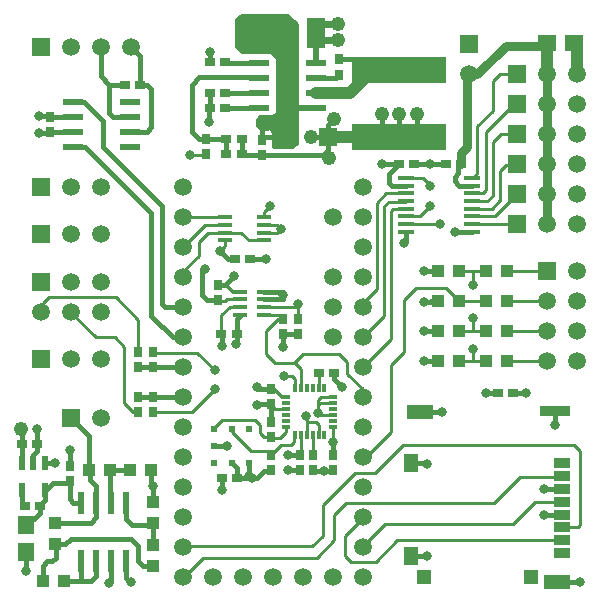
<source format=gtl>
%FSLAX25Y25*%
%MOIN*%
G04 EasyPC Gerber Version 17.0 Build 3379 *
%ADD96R,0.01181X0.03150*%
%ADD98R,0.01969X0.02362*%
%ADD94R,0.01972X0.04769*%
%ADD88R,0.02100X0.07800*%
%ADD76R,0.02800X0.03500*%
%ADD89R,0.03937X0.04291*%
%ADD83R,0.04528X0.05906*%
%ADD90R,0.05500X0.06000*%
%ADD92R,0.06300X0.10200*%
%ADD14R,0.05906X0.05906*%
%ADD93R,0.06300X0.06300*%
%ADD11C,0.00787*%
%ADD19C,0.00984*%
%ADD17C,0.01000*%
%ADD70C,0.01575*%
%ADD20C,0.01969*%
%ADD71C,0.02362*%
%ADD18C,0.03150*%
%ADD16C,0.03189*%
%ADD99C,0.03937*%
%ADD15C,0.04800*%
%ADD13C,0.05906*%
%ADD95R,0.03150X0.01181*%
%ADD84R,0.04950X0.01200*%
%ADD85R,0.05400X0.01200*%
%ADD75R,0.04800X0.01500*%
%ADD97R,0.02362X0.01969*%
%ADD74R,0.06600X0.02000*%
%ADD77R,0.03500X0.02800*%
%ADD78R,0.05669X0.03543*%
%ADD81R,0.09843X0.03740*%
%ADD87R,0.04291X0.03937*%
%ADD80R,0.04724X0.04528*%
%ADD82R,0.08661X0.04528*%
%ADD79R,0.04921X0.04567*%
%ADD86R,0.06000X0.05500*%
%ADD91R,0.31496X0.08661*%
X0Y0D02*
D02*
D11*
X77629Y183715D02*
Y192770D01*
X79204Y194344*
X94952*
X98101Y191195*
Y151431*
X96526Y149856*
X90227*
X89833Y150250*
Y154974*
X88652Y156156*
X85503*
X84322Y157337*
Y159305*
X85503Y160486*
X89833*
X91015Y161667*
Y179778*
X89046Y181746*
X79597*
X77629Y183715*
G36*
Y192770*
X79204Y194344*
X94952*
X98101Y191195*
Y151431*
X96526Y149856*
X90227*
X89833Y150250*
Y154974*
X88652Y156156*
X85503*
X84322Y157337*
Y159305*
X85503Y160486*
X89833*
X91015Y161667*
Y179778*
X89046Y181746*
X79597*
X77629Y183715*
G37*
D02*
D13*
X12353Y95407D03*
X22353Y79659D03*
Y95407D03*
Y105407D03*
Y121156D03*
Y136904D03*
Y183715D03*
X32353Y59974D03*
Y79659D03*
Y95407D03*
Y105407D03*
Y121156D03*
Y136904D03*
Y183715D03*
X42353D03*
X59833Y6904D03*
Y16904D03*
Y26904D03*
Y36904D03*
Y46904D03*
Y56904D03*
Y66904D03*
Y76904D03*
Y86904D03*
Y96904D03*
Y106904D03*
Y116904D03*
Y126904D03*
Y136904D03*
X69833Y6904D03*
X79833D03*
X89833D03*
X99833D03*
X109833D03*
Y86904D03*
Y96904D03*
Y106904D03*
Y126904D03*
X119833Y6904D03*
Y16904D03*
Y26904D03*
Y36904D03*
Y46904D03*
Y56904D03*
Y66904D03*
Y76904D03*
Y86904D03*
Y96904D03*
Y106904D03*
Y116904D03*
Y126904D03*
Y136904D03*
X155188Y174659D03*
X181093Y78872D03*
Y88872D03*
Y98872D03*
Y124629D03*
Y134629D03*
Y144629D03*
Y154629D03*
Y164629D03*
Y174629D03*
X191093Y78872D03*
Y88872D03*
Y98872D03*
Y108872D03*
Y124629D03*
Y134629D03*
Y144629D03*
Y154629D03*
Y164629D03*
Y174629D03*
D02*
D14*
X12353Y79659D03*
Y105407D03*
Y121156D03*
Y136904D03*
Y183715D03*
X22353Y59974D03*
X155188Y184659D03*
X171093Y124629D03*
Y134629D03*
Y144629D03*
Y154629D03*
Y164629D03*
Y174629D03*
X181093Y108872D03*
D02*
D15*
X5975Y56156D03*
X83141Y185683D03*
Y191195D03*
X87865Y158124D03*
X94558Y161274D03*
Y168360D03*
X102432Y153793D03*
X108337Y146707D03*
X110306Y159699D03*
X111487Y186077D03*
Y191195D03*
X126054Y161274D03*
X131959D03*
X137865D03*
D02*
D16*
X7550Y8911D03*
X11290Y56156D03*
X11881Y154974D03*
Y160486D03*
X17196Y45132D03*
X22117Y49266D03*
X35109Y4974D03*
X42393Y5171D03*
X49676Y37258D03*
X62274Y147494D03*
X66999Y109699D03*
X68574Y158518D03*
X68967Y182140D03*
X70542Y69541D03*
Y75841D03*
X72117Y115604D03*
X72904Y36077D03*
Y84108D03*
X74479Y50644D03*
X76841Y107337D03*
X77629Y84502D03*
X82747Y40014D03*
X84322Y64423D03*
Y70329D03*
X87471Y112848D03*
X88652Y130565D03*
X92589Y123085D03*
X92983Y83715D03*
Y101037D03*
X93377Y73872D03*
X94952Y42770D03*
Y47494D03*
X98101Y97888D03*
X100857Y60486D03*
X104794Y61667D03*
X106763Y42376D03*
X109912Y51825D03*
X112668Y70329D03*
X126054Y144738D03*
X133534Y118360D03*
X140227Y78990D03*
Y88833D03*
Y98675D03*
Y108911D03*
X141015Y14030D03*
Y44738D03*
X142196Y130565D03*
Y137258D03*
Y144738D03*
X145345Y124659D03*
X146133Y62061D03*
X150542Y122070D03*
X156369Y82927D03*
Y93330D03*
Y104187D03*
X160700Y68360D03*
X174085D03*
X179991Y27809D03*
Y36470D03*
X183928Y57730D03*
X192196Y5368D03*
D02*
D17*
X49676Y61873D02*
X62874D01*
X70542Y69541*
X49676Y81934D02*
Y81746D01*
X64637*
X70542Y75841*
X59833Y6904D02*
Y6943D01*
X60306*
X66644Y13281*
X104440*
X110306Y19148*
Y27809*
X114243Y31746*
X163456*
X172117Y40407*
X186290*
Y40801*
X59833Y16904D02*
Y17179D01*
X102826*
X106369Y20722*
Y30959*
X116999Y41589*
X123692*
X133141Y51037*
X190227*
X192196Y49069*
Y24266*
X191408Y23478*
X186290*
X73909Y121805D02*
X79302D01*
X81959Y119148*
X86761*
X86860Y119246*
X73909Y121805D02*
X68081D01*
X65030Y118754*
Y114030*
X59833Y108833*
Y106904*
X73909Y124364D02*
X67294D01*
X59833Y116904*
X73909Y126923D02*
X59853D01*
X59833Y126904*
X76054Y56352D02*
Y55368D01*
X82353Y49069*
X87677*
X89046Y47700*
Y47682*
X78647Y102120D02*
X76358D01*
X74085Y104393*
X71348*
X86847Y94443D02*
X91498D01*
X92983Y92957*
X86847Y97002D02*
Y97100D01*
X97314*
X98101Y97888*
X86860Y121805D02*
X91310D01*
X92589Y123085*
X86860Y124364D02*
X91310D01*
X92589Y123085*
X89046Y47682D02*
Y47494D01*
X92402Y50850*
X95945*
X96920Y51825*
Y53990*
X97117Y54187*
X89046Y53606D02*
X86872D01*
X85503Y54974*
Y57730*
X83928Y59305*
X72707*
X70148Y56746*
Y56352*
X92983Y92957D02*
X91596D01*
X87471Y88833*
Y81156*
X90424Y78203*
X96723*
X94164Y57140D02*
Y55368D01*
X92196Y53400*
X88858*
X89046Y53587*
Y53606*
X96723Y78203D02*
X97117D01*
X99085Y76234*
Y69935*
X97117D02*
Y72888D01*
X96133Y73872*
X93377*
X98101Y97888D02*
Y92957D01*
X103022Y54187D02*
Y47879D01*
X104991Y69935D02*
Y75044D01*
X105000Y75053*
X109912Y65014D02*
X105385D01*
X104794Y64423*
Y61667*
X109912Y66982D02*
X105778D01*
X104794Y65998*
Y61667*
X119833Y26904D02*
Y26707D01*
X113849Y20722*
Y14030*
X115818Y12061*
X124085*
X131172Y19148*
X186290*
X119833Y46904D02*
Y47888D01*
X121723*
X129007Y55171*
Y77612*
X133534Y82140*
Y99463*
X137471Y103400*
X147436*
X151963Y98872*
X119833Y66904D02*
X119755D01*
Y69541*
X114558Y74738*
Y78675*
X111881Y81352*
X99873*
X96723Y78203*
X119833Y96904D02*
Y98360D01*
X124479Y103006*
Y131746*
X127629Y134896*
X134238*
X134288Y134846*
Y127169D02*
X138799D01*
X142196Y130565*
X134288Y129728D02*
X129941D01*
X129204Y128990*
Y86274*
X119833Y76904*
X134288Y132287D02*
Y132140D01*
X128416*
X126841Y130565*
Y93951*
X120621Y87730*
Y86904*
X119833*
X134288Y139964D02*
X139883D01*
X142196Y137652*
Y137258*
X145345Y124659D02*
X134338D01*
X134288Y124609*
X151963Y88872D02*
X154007D01*
Y88833*
X156369*
X151963Y98872D02*
X160711D01*
X151963Y108872D02*
X156369D01*
X156088Y124609D02*
Y124629D01*
X171093*
X156088Y127169D02*
Y127188D01*
X163652*
X171093Y134629*
X156088Y132287D02*
X161290D01*
X163062Y134058*
Y151991*
X165660Y154590*
X172983*
X172944Y154629*
X171093*
X156088Y134846D02*
Y134865D01*
X159715*
X160700Y135850*
Y155397*
X169735Y164432*
X169125*
X168928Y164629*
X171093*
X156369Y78990D02*
Y82927D01*
Y78990D02*
X154125D01*
Y78872*
X151963*
X156369Y88833D02*
Y93330D01*
Y88833D02*
X158731D01*
Y88872*
X160711*
X156369Y104187D02*
Y108872D01*
X160711*
Y78872D02*
X158456D01*
Y78990*
X156369*
X167711Y78872D02*
X181093D01*
X167711Y88872D02*
X181093D01*
X167711Y98872D02*
X181093D01*
X167711Y108872D02*
X181093D01*
X171093Y144629D02*
Y144511D01*
X171133*
X171251Y144393*
X167589*
X165424Y142228*
Y132503*
X162648Y129728*
X156088*
X171093Y174629D02*
X165385D01*
X163062Y172267*
Y162424*
X157944Y157306*
Y141558*
X156349Y139964*
X156088*
X186290Y32140D02*
X177235D01*
X169755Y24659*
X127196*
X119833Y17297*
Y16904*
D02*
D18*
X152620Y144738D02*
Y148469D01*
X154400Y150250*
Y173872*
X155188Y174659*
X157944*
X167393Y184108*
X180215*
X181003Y184896*
X181093Y124629D02*
Y134629D01*
Y144629*
Y154629*
Y164629*
Y174629*
D02*
D19*
X44952Y61873D02*
X43171D01*
X40227Y64817*
Y83715*
X37078Y86864*
X30778*
X22235Y95407*
X22353*
X44952Y81934D02*
Y92770D01*
X37471Y100250*
X15030*
X13062Y98281*
Y96510*
X12353Y95801*
Y95407*
X67400Y147848D02*
Y147643D01*
X62274*
Y147494*
X73909Y119246D02*
Y117397D01*
X72117Y115604*
X78647Y97002D02*
X75326D01*
X72638Y94314*
Y87848*
X78647Y99561D02*
X74578D01*
X73889Y98872*
X71732*
X71330Y99275*
X86860Y126923D02*
Y128772D01*
X88652Y130565*
X94164Y63045D02*
X90630D01*
X89046Y64629*
X94164Y66982D02*
X92786D01*
X90227Y69541*
X89234*
X89046Y69729*
X99085Y54187D02*
Y47879D01*
X101054Y54187D02*
Y60289D01*
X100857Y60486*
X104991Y54187D02*
Y57533D01*
X104007Y58518*
X101644*
X101251Y58911*
X100857Y60486*
X109912Y47682D02*
Y57140D01*
Y61077D02*
X105385D01*
X104794Y61667*
D02*
D70*
X6172Y35880D02*
Y31755D01*
X7165Y30762*
X6172Y44935D02*
Y49266D01*
X6181*
Y51234*
Y55950*
X5975Y56156*
X7550Y15238D02*
Y8911D01*
Y24238D02*
X7916D01*
X12078Y28400*
Y30574*
X12265Y30762*
X9912Y44935D02*
Y47691D01*
X11290Y49069*
Y51225*
X11281Y51234*
Y55950*
X11290Y55959*
Y56156*
X12265Y30762D02*
Y30950D01*
X13849Y32533*
Y35683*
X13652Y35880*
X13105Y5762D02*
Y10726D01*
X14637Y12258*
X16211*
X17393Y13439*
Y17616*
X17196Y17813*
X13652Y35880D02*
X14046D01*
X16605Y38439*
X21517*
X22117Y39039*
X13652Y44935D02*
X17196D01*
Y45132*
X15424Y155180D02*
Y154974D01*
X11881*
X15424Y160280D02*
Y160486D01*
X11881*
X17196Y17813D02*
X20585D01*
X22314Y19541*
X42589*
X44755Y17179*
Y12258*
X46330Y10683*
X47751*
X47794Y10726*
X49676*
X17196Y24813D02*
Y25053D01*
X29204*
X30975Y26825*
Y31663*
X30837Y31800*
X22117Y39039D02*
Y32927D01*
X23244Y31800*
X25837*
X22117Y44139D02*
Y49266D01*
X23247Y150230D02*
Y150250D01*
X27235*
X49282Y128203*
Y93990*
X56369Y86904*
X59833*
X23247Y155230D02*
X15474D01*
X15424Y155180*
X23247Y160230D02*
X15474D01*
X15424Y160280*
X25837Y12400D02*
Y9108D01*
X25857*
Y5762*
X20105*
X28459Y42770D02*
Y53868D01*
X22353Y59974*
X30837Y12400D02*
Y7396D01*
X29204Y5762*
X25857*
X30837Y31800D02*
Y37396D01*
X28810Y39423*
Y42419*
X28459Y42770*
X35109Y171116D02*
X32353Y173872D01*
Y183715*
X35459Y42770D02*
Y32178D01*
X35837Y31800*
X35459Y42770D02*
X42239D01*
X35837Y12400D02*
Y5703D01*
X35109Y4974*
X40433Y171116D02*
X35109D01*
X40837Y12400D02*
Y6726D01*
X42393Y5171*
X40837Y31800D02*
Y26411D01*
X42786Y24463*
X49239*
X49676Y24900*
X42247Y160230D02*
X36546D01*
X35109Y161667*
Y171116*
X44952Y66973D02*
X49676D01*
X44952Y76834D02*
X49676D01*
X45533Y171116D02*
X47707D01*
X49282Y169541*
Y156943*
X47707Y155368*
X42385*
X42247Y155230*
X45533Y171116D02*
Y180535D01*
X42353Y183715*
X49239Y42770D02*
Y37695D01*
X49676Y37258*
Y17726D02*
Y24900D01*
Y31900D02*
Y37258D01*
Y66973D02*
X59764D01*
X59833Y66904*
Y76904D02*
X49746D01*
X49676Y76834*
X59833Y96904D02*
X53810D01*
X52826Y97888*
Y130565*
X33141Y150250*
Y158892*
X26822Y165211*
X23247*
Y165230*
X67400Y152948D02*
X65088D01*
X62668Y155368*
Y171116*
X65030Y173478*
X84967*
X85065Y173380*
X68574Y158518D02*
Y163167D01*
X68787Y163380*
X68826Y168380D02*
Y163419D01*
X68787Y163380*
X68826Y178498D02*
Y181998D01*
X68967Y182140*
X70148Y50644D02*
X74479D01*
X71330Y99275D02*
X67974D01*
X66211Y101037*
Y108911*
X66999Y109699*
X71330Y104375D02*
X73880D01*
X76841Y107337*
X71348Y104393D02*
X71330Y104375D01*
X72638Y87848D02*
X72904D01*
Y84108*
X72717Y40014D02*
X72904D01*
Y36077*
X74291Y147888D02*
Y153006D01*
X67439*
Y152948*
X67400*
X77047Y112848D02*
X74873D01*
X72117Y115604*
X77738Y87848D02*
X77826D01*
Y84502*
X77629*
X77817Y40014D02*
X82747D01*
X77817D02*
Y43172D01*
X76054Y44935*
X78647Y94443D02*
Y93960D01*
X78416*
Y93670*
X77668Y92922*
Y87918*
X77738Y87848*
X79391Y147888D02*
Y153006D01*
X81959Y44935D02*
Y41982D01*
X79991Y40014*
X77817*
X82147Y112848D02*
X87471D01*
X85065Y163380D02*
X73887D01*
X85065Y168380D02*
X73926D01*
X85065Y178380D02*
X74044D01*
X73926Y178498*
X86297Y147661D02*
X79619D01*
X79391Y147888*
X86297Y152761D02*
Y156556D01*
X87865Y158124*
X86847Y99561D02*
X92983D01*
Y101037*
X86847Y102120D02*
X92983D01*
Y101037*
X87865Y158124D02*
X90378D01*
X94748Y153754*
X89046Y42582D02*
Y42376D01*
X86890*
X84528Y40014*
X82747*
X89046Y58706D02*
Y64629D01*
X84528*
X84322Y64423*
X89046Y69729D02*
X84921D01*
X84322Y70329*
X90614Y188439D02*
Y186857D01*
X89440Y185683*
X83141*
X90614Y188439D02*
Y191195D01*
X83141*
X92983Y87857D02*
Y83715D01*
X94748Y153754D02*
X87291D01*
X86297Y152761*
X94748Y153754D02*
X95739D01*
Y167179*
X94558Y168360*
X96664Y163380D02*
X94558Y161274D01*
X98101Y87857D02*
X92983D01*
X98889Y42582D02*
X95139D01*
X94952Y42770*
X98889Y47682D02*
X95139D01*
X94952Y47494*
X99085Y47879D02*
X98889Y47682D01*
X103022Y47879D02*
X103219Y47682D01*
Y42582D02*
Y41982D01*
X103613Y42376*
X106763*
X104014Y188439D02*
Y190808D01*
X104400Y191195*
X104014Y188439D02*
Y187258D01*
X104007*
X105188Y186077*
X104065Y173380D02*
X110789D01*
X111881Y174472*
X104065Y188388D02*
X104014Y188439D01*
X108148Y153754D02*
Y157541D01*
X110306Y159699*
X108148Y153754D02*
Y146896D01*
X108337Y146707*
X108148Y153754D02*
Y149273D01*
X106369Y147494*
X87645*
X87478Y147661*
X86297*
X108148Y153754D02*
X102471D01*
X102432Y153793*
X109912Y42582D02*
Y42376D01*
X106763*
X109912Y47682D02*
Y51825D01*
X110100Y75053D02*
Y72897D01*
X112668Y70329*
X111881Y179572D02*
X128425D01*
X131959Y176037*
X126054Y161274D02*
Y156156D01*
X126448Y155762*
Y155368*
X131959Y154974*
Y153596*
X131772Y144738D02*
X126054D01*
X131802Y153754D02*
X131959Y153596D01*
Y161274*
X134288Y122050D02*
Y119114D01*
X133534Y118360*
X134288Y137405D02*
X129450D01*
X128416Y138439*
Y141383*
X131772Y144738*
X135700Y14030D02*
X141015D01*
X135700Y44935D02*
X140818D01*
X141015Y44738*
X136872Y144738D02*
X142196D01*
X137865Y161274D02*
Y156549D01*
X136684Y155368*
X131959*
Y153596*
X138849Y62061D02*
X146133D01*
X144963Y78872D02*
X140345D01*
X140227Y78990*
X144963Y88872D02*
X140267D01*
X140227Y88833*
X144963Y98872D02*
X142589D01*
Y98675*
X140227*
X144963Y108872D02*
X139526D01*
X139487Y108833*
X140148*
X140227Y108911*
X147520Y144738D02*
X142196D01*
X156088Y122050D02*
X150562D01*
X150542Y122070*
X156088Y137405D02*
X151891D01*
X150463Y138833*
Y140407*
X151644Y141589*
Y143763*
X152620Y144738*
X164843Y68360D02*
X160700D01*
X169943D02*
X174085D01*
X183928Y62455D02*
Y57730D01*
X184519Y5368D02*
X192196D01*
X186290Y27809D02*
X179991D01*
X186290Y36470D02*
X179991D01*
D02*
D71*
X104400Y191195D02*
X111487D01*
X105188Y186077D02*
X111487D01*
D02*
D20*
X104065Y163380D02*
X96664D01*
X104065Y178380D02*
Y188388D01*
D02*
D74*
X23247Y150230D03*
Y155230D03*
Y160230D03*
Y165230D03*
X42247Y150230D03*
Y155230D03*
Y160230D03*
Y165230D03*
X85065Y163380D03*
Y168380D03*
Y173380D03*
Y178380D03*
X104065Y163380D03*
Y168380D03*
Y173380D03*
Y178380D03*
D02*
D75*
X78647Y94443D03*
Y97002D03*
Y99561D03*
Y102120D03*
X86847Y94443D03*
Y97002D03*
Y99561D03*
Y102120D03*
D02*
D76*
X15424Y155180D03*
Y160280D03*
X22117Y39039D03*
Y44139D03*
X44952Y61873D03*
Y66973D03*
Y76834D03*
Y81934D03*
X49676Y61873D03*
Y66973D03*
Y76834D03*
Y81934D03*
X67400Y147848D03*
Y152948D03*
X71330Y99275D03*
Y104375D03*
X86297Y147661D03*
Y152761D03*
X89046Y42582D03*
Y47682D03*
Y53606D03*
Y58706D03*
Y64629D03*
Y69729D03*
X92983Y87857D03*
Y92957D03*
X98101Y87857D03*
Y92957D03*
X98889Y42582D03*
Y47682D03*
X103219Y42582D03*
Y47682D03*
X109912Y42582D03*
Y47682D03*
X111881Y174472D03*
Y179572D03*
D02*
D77*
X6181Y51234D03*
X7165Y30762D03*
X11281Y51234D03*
X12265Y30762D03*
X40433Y171116D03*
X45533D03*
X68787Y163380D03*
X68826Y168380D03*
Y178498D03*
X72638Y87848D03*
X72717Y40014D03*
X73887Y163380D03*
X73926Y168380D03*
Y178498D03*
X74291Y147888D03*
Y153006D03*
X77047Y112848D03*
X77738Y87848D03*
X77817Y40014D03*
X79391Y147888D03*
Y153006D03*
X82147Y112848D03*
X105000Y75053D03*
X110100D03*
X131772Y144738D03*
X136872D03*
X147520D03*
X152620D03*
X164843Y68360D03*
X169943D03*
D02*
D78*
X186290Y14817D03*
Y19148D03*
Y23478D03*
Y27809D03*
Y32140D03*
Y36470D03*
Y40801D03*
Y45132D03*
D02*
D79*
X175857Y6943D03*
D02*
D80*
X140227D03*
D02*
D81*
X183928Y62455D03*
D02*
D82*
X138849Y62061D03*
X184519Y5368D03*
D02*
D83*
X135700Y14030D03*
Y44935D03*
D02*
D84*
X73909Y119246D03*
Y121805D03*
Y124364D03*
Y126923D03*
X86860Y119246D03*
Y121805D03*
Y124364D03*
Y126923D03*
D02*
D85*
X134288Y122050D03*
Y124609D03*
Y127169D03*
Y129728D03*
Y132287D03*
Y134846D03*
Y137405D03*
Y139964D03*
X156088Y122050D03*
Y124609D03*
Y127169D03*
Y129728D03*
Y132287D03*
Y134846D03*
Y137405D03*
Y139964D03*
D02*
D86*
X181003Y184896D03*
X190003D03*
D02*
D87*
X13105Y5762D03*
X20105D03*
X28459Y42770D03*
X35459D03*
X42239D03*
X49239D03*
X144963Y78872D03*
Y88872D03*
Y98872D03*
Y108872D03*
X151963Y78872D03*
Y88872D03*
Y98872D03*
Y108872D03*
X160711Y78872D03*
Y88872D03*
Y98872D03*
Y108872D03*
X167711Y78872D03*
Y88872D03*
Y98872D03*
Y108872D03*
D02*
D88*
X25837Y12400D03*
Y31800D03*
X30837Y12400D03*
Y31800D03*
X35837Y12400D03*
Y31800D03*
X40837Y12400D03*
Y31800D03*
D02*
D89*
X17196Y17813D03*
Y24813D03*
X49676Y10726D03*
Y17726D03*
Y24900D03*
Y31900D03*
D02*
D90*
X7550Y15238D03*
Y24238D03*
D02*
D91*
X131959Y153596D03*
Y176037D03*
D02*
D92*
X90614Y188439D03*
X104014D03*
D02*
D93*
X94748Y153754D03*
X108148D03*
D02*
D94*
X6172Y35880D03*
Y44935D03*
X9912D03*
X13652Y35880D03*
Y44935D03*
D02*
D95*
X94164Y57140D03*
Y59108D03*
Y61077D03*
Y63045D03*
Y65014D03*
Y66982D03*
X109912Y57140D03*
Y59108D03*
Y61077D03*
Y63045D03*
Y65014D03*
Y66982D03*
D02*
D96*
X97117Y54187D03*
Y69935D03*
X99085Y54187D03*
Y69935D03*
X101054Y54187D03*
Y69935D03*
X103022Y54187D03*
Y69935D03*
X104991Y54187D03*
Y69935D03*
X106959Y54187D03*
Y69935D03*
D02*
D97*
X70148Y44935D03*
Y56352D03*
X76054Y44935D03*
Y56352D03*
X81959Y44935D03*
Y56352D03*
D02*
D98*
X70148Y50644D03*
D02*
D99*
X104065Y168380D02*
Y168360D01*
X115424*
X123081Y176018*
X131959*
Y176037*
X108148Y153754D02*
X131802D01*
X181093Y174629D02*
Y184805D01*
X181003Y184896*
X191093Y174629D02*
Y183805D01*
X190003Y184896*
X0Y0D02*
M02*

</source>
